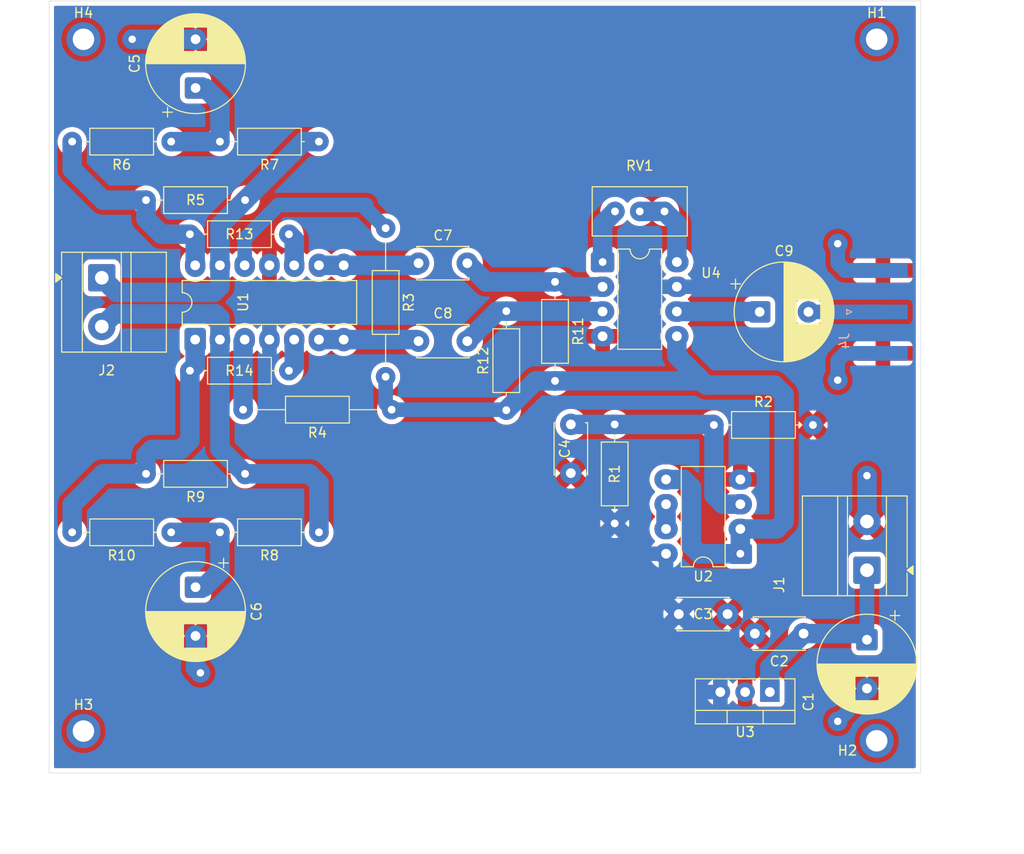
<source format=kicad_pcb>
(kicad_pcb (version 20241229) (generator "pcbnew") (generator_version "9.0")
  (layers (0 "F.Cu" signal) (2 "B.Cu" signal) (13 "F.Paste" user) (15 "B.Paste" user) (5 "F.SilkS" user "F.Silkscreen") (7 "B.SilkS" user "B.Silkscreen") (1 "F.Mask" user) (3 "B.Mask" user) (25 "Edge.Cuts" user))
  (net 0 "")
  (net 1 "Net-(J1-Pin_1)")
  (net 2 "GND")
  (net 3 "VCC")
  (net 4 "Net-(U2A-+)")
  (net 5 "Net-(C5-Pad1)")
  (net 6 "Net-(C6-Pad1)")
  (net 7 "Net-(U4--)")
  (net 8 "Net-(U1B--)")
  (net 9 "Net-(U4-+)")
  (net 10 "Net-(U1C--)")
  (net 11 "Net-(C9-Pad1)")
  (net 12 "Net-(J2-Pin_2)")
  (net 13 "Net-(J2-Pin_1)")
  (net 14 "Vq")
  (net 15 "Net-(U1D-+)")
  (net 16 "Net-(U1A-+)")
  (net 17 "Net-(U1B-+)")
  (net 18 "Net-(U1C-+)")
  (net 19 "Net-(RV1-Pad2)")
  (net 20 "Net-(RV1-Pad1)")
  (net 21 "Net-(U2B--)")
  (net 22 "Net-(J4-In)")
  (net 23 "Net-(R13-Pad1)")
  (net 24 "Net-(R10-Pad2)")
  (footprint "huellas_proyecto:R_Axial_DIN0207_L6.3mm_D2.5mm_P10.16mm_Horizontal-pad2mm" (layer "F.Cu") (at 177 92.08 90)
    (property "Reference" "R12" (at 5.08 -2.37 90) (layer "F.SilkS"))
    (property "Value" "1k")
    (pad "1" thru_hole circle (at 0 0 90) (size 2 2) (drill 0.8) (layers "*.Cu" "*.Mask") (net 14 "Vq"))
    (pad "2" thru_hole circle (at 10.16 0 90) (size 2 2) (drill 0.8) (layers "*.Cu" "*.Mask") (net 9 "Net-(U4-+)"))
  )
  (footprint "huellas_proyecto:R_Axial_DIN0207_L6.3mm_D2.5mm_P10.16mm_Horizontal-pad2mm" (layer "F.Cu") (at 157.78 104.61 180)
    (property "Reference" "R8" (at 5.08 -2.37 180) (layer "F.SilkS"))
    (property "Value" "1k")
    (pad "1" thru_hole circle (at 0 0 180) (size 2 2) (drill 0.8) (layers "*.Cu" "*.Mask") (net 12 "Net-(J2-Pin_2)"))
    (pad "2" thru_hole circle (at 10.16 0 180) (size 2 2) (drill 0.8) (layers "*.Cu" "*.Mask") (net 6 "Net-(C6-Pad1)"))
  )
  (footprint "MountingHole:MountingHole_2.2mm_M2_ISO7380_Pad" (layer "F.Cu") (at 133.62 54.03)
    (property "Reference" "H4" (at 0 -2.7 0) (layer "F.SilkS"))
    (property "Value" "MountingHole_2.2mm_M2_ISO7380_Pad" (hide yes))
    (pad "1" thru_hole circle (at 0 0) (size 3.5 3.5) (drill 2.2) (layers "*.Cu" "*.Mask") (net 2 "GND"))
  )
  (footprint "huellas_proyecto:R_Axial_DIN0207_L6.3mm_D2.5mm_P10.16mm_Horizontal-pad2mm" (layer "F.Cu") (at 198.3 93.6)
    (property "Reference" "R2" (at 5.08 -2.37 0) (layer "F.SilkS"))
    (property "Value" "10k")
    (pad "1" thru_hole circle (at 0 0) (size 2 2) (drill 0.8) (layers "*.Cu" "*.Mask") (net 4 "Net-(U2A-+)"))
    (pad "2" thru_hole circle (at 10.16 0) (size 2 2) (drill 0.8) (layers "*.Cu" "*.Mask") (net 2 "GND"))
  )
  (footprint "huellas_proyecto:CP_Radial_D10.0mm_P5.00mm-pad2mm2" (layer "F.Cu") (at 145.12 59.03 90)
    (property "Reference" "C5" (at 2.5 -6.25 90) (layer "F.SilkS"))
    (property "Value" "10u")
    (pad "1" thru_hole roundrect (at 0 0 90) (size 2.2 2.2) (drill 1) (layers "*.Cu" "*.Mask") (roundrect_rratio 0.125) (net 5 "Net-(C5-Pad1)"))
    (pad "2" thru_hole circle (at 5 0 90) (size 2.2 2.2) (drill 1) (layers "*.Cu" "*.Mask") (net 2 "GND"))
  )
  (footprint "huellas_proyecto:R_Axial_DIN0207_L6.3mm_D2.5mm_P10.16mm_Horizontal-pad2mm" (layer "F.Cu") (at 144.54 74.03)
    (property "Reference" "R13" (at 5.08 0 0) (layer "F.SilkS"))
    (property "Value" "0")
    (pad "1" thru_hole circle (at 0 0) (size 2 2) (drill 0.8) (layers "*.Cu" "*.Mask") (net 23 "Net-(R13-Pad1)"))
    (pad "2" thru_hole circle (at 10.16 0) (size 2 2) (drill 0.8) (layers "*.Cu" "*.Mask") (net 18 "Net-(U1C-+)"))
  )
  (footprint "huellas_proyecto:CP_Radial_D10.0mm_P5.00mm-pad2mm2" (layer "F.Cu") (at 214 115.632323 -90)
    (property "Reference" "C1" (at 6.367677 6 270) (layer "F.SilkS"))
    (property "Value" "100u")
    (pad "1" thru_hole roundrect (at 0 0 270) (size 2.2 2.2) (drill 1) (layers "*.Cu" "*.Mask") (roundrect_rratio 0.125) (net 1 "Net-(J1-Pin_1)"))
    (pad "2" thru_hole circle (at 5 0 270) (size 2.2 2.2) (drill 1) (layers "*.Cu" "*.Mask") (net 2 "GND"))
  )
  (footprint "huellas_proyecto:R_Axial_DIN0207_L6.3mm_D2.5mm_P10.16mm_Horizontal-pad2mm" (layer "F.Cu") (at 182 78.92 -90)
    (property "Reference" "R11" (at 5.08 -2.37 270) (layer "F.SilkS"))
    (property "Value" "1k")
    (pad "1" thru_hole circle (at 0 0 270) (size 2 2) (drill 0.8) (layers "*.Cu" "*.Mask") (net 7 "Net-(U4--)"))
    (pad "2" thru_hole circle (at 10.16 0 270) (size 2 2) (drill 0.8) (layers "*.Cu" "*.Mask") (net 14 "Vq"))
  )
  (footprint "huellas_proyecto:R_Axial_DIN0207_L6.3mm_D2.5mm_P10.16mm_Horizontal-pad2mm" (layer "F.Cu") (at 188.12 103.7 90)
    (property "Reference" "R1" (at 5.08 0 90) (layer "F.SilkS"))
    (property "Value" "10k")
    (pad "1" thru_hole circle (at 0 0 90) (size 2 2) (drill 0.8) (layers "*.Cu" "*.Mask") (net 3 "VCC"))
    (pad "2" thru_hole circle (at 10.16 0 90) (size 2 2) (drill 0.8) (layers "*.Cu" "*.Mask") (net 4 "Net-(U2A-+)"))
  )
  (footprint "huellas_proyecto:TO-220-3_Vertical-pad2mm" (layer "F.Cu") (at 204.04 121 180)
    (property "Reference" "U3" (at 2.54 -4.1 180) (layer "F.SilkS"))
    (property "Value" "LM7818_TO220")
    (pad "1" thru_hole rect (at 0 0 180) (size 2 2) (drill 1) (layers "*.Cu" "*.Mask") (net 1 "Net-(J1-Pin_1)"))
    (pad "2" thru_hole oval (at 2.54 0 180) (size 2 2) (drill 1) (layers "*.Cu" "*.Mask") (net 2 "GND"))
    (pad "3" thru_hole oval (at 5.08 0 180) (size 2 2) (drill 1) (layers "*.Cu" "*.Mask") (net 3 "VCC"))
  )
  (footprint "huellas_proyecto:C_Disc_D5.1mm_W3.2mm_P5.00mm-pad2mm" (layer "F.Cu") (at 168 77)
    (property "Reference" "C7" (at 2.5 -2.85 0) (layer "F.SilkS"))
    (property "Value" "330n")
    (pad "1" thru_hole circle (at 0 0) (size 2.2 2.2) (drill 1) (layers "*.Cu" "*.Mask") (net 10 "Net-(U1C--)"))
    (pad "2" thru_hole circle (at 5 0) (size 2.2 2.2) (drill 1) (layers "*.Cu" "*.Mask") (net 7 "Net-(U4--)"))
  )
  (footprint "huellas_proyecto:DIP-8_W7.62mm_LongPads-pad2mm" (layer "F.Cu") (at 201.01 106.81 180)
    (property "Reference" "U2" (at 3.81 -2.33 180) (layer "F.SilkS"))
    (property "Value" "TL082")
    (pad "1" thru_hole roundrect (at 0 0 180) (size 2.4 2.1) (drill 0.8) (layers "*.Cu" "*.Mask") (roundrect_rratio 0.15625) (net 14 "Vq"))
    (pad "2" thru_hole oval (at 0 2.54 180) (size 2.4 2.1) (drill 1) (layers "*.Cu" "*.Mask") (net 14 "Vq"))
    (pad "3" thru_hole oval (at 0 5.08 180) (size 2.4 2.1) (drill 1) (layers "*.Cu" "*.Mask") (net 4 "Net-(U2A-+)"))
    (pad "4" thru_hole oval (at 0 7.62 180) (size 2.4 2.1) (drill 1) (layers "*.Cu" "*.Mask") (net 2 "GND"))
    (pad "5" thru_hole oval (at 7.62 7.62 180) (size 2.4 2.1) (drill 1) (layers "*.Cu" "*.Mask") (net 14 "Vq"))
    (pad "6" thru_hole oval (at 7.62 5.08 180) (size 2.4 2.1) (drill 1) (layers "*.Cu" "*.Mask") (net 21 "Net-(U2B--)"))
    (pad "7" thru_hole oval (at 7.62 2.54 180) (size 2.4 2.1) (drill 1) (layers "*.Cu" "*.Mask") (net 21 "Net-(U2B--)"))
    (pad "8" thru_hole oval (at 7.62 0 180) (size 2.4 2.1) (drill 1) (layers "*.Cu" "*.Mask") (net 3 "VCC"))
  )
  (footprint "huellas_proyecto:R_Axial_DIN0207_L6.3mm_D2.5mm_P10.16mm_Horizontal-pad2mm" (layer "F.Cu") (at 150.2 70.53 180)
    (property "Reference" "R5" (at 5.08 0 180) (layer "F.SilkS"))
    (property "Value" "100k")
    (pad "1" thru_hole circle (at 0 0 180) (size 2 2) (drill 0.8) (layers "*.Cu" "*.Mask") (net 13 "Net-(J2-Pin_1)"))
    (pad "2" thru_hole circle (at 10.16 0 180) (size 2 2) (drill 0.8) (layers "*.Cu" "*.Mask") (net 23 "Net-(R13-Pad1)"))
  )
  (footprint "MountingHole:MountingHole_2.2mm_M2_ISO7380_Pad" (layer "F.Cu") (at 215 54.03)
    (property "Reference" "H1" (at 0 -2.7 0) (layer "F.SilkS"))
    (property "Value" "MountingHole_2.2mm_M2_ISO7380_Pad" (hide yes))
    (pad "1" thru_hole circle (at 0 0) (size 3.5 3.5) (drill 2.2) (layers "*.Cu" "*.Mask") (net 2 "GND"))
  )
  (footprint "huellas_proyecto:C_Disc_D5.1mm_W3.2mm_P5.00mm-pad2mm" (layer "F.Cu") (at 194.7 113)
    (property "Reference" "C3" (at 2.5 0 0) (layer "F.SilkS"))
    (property "Value" "330n")
    (pad "1" thru_hole circle (at 0 0) (size 2.2 2.2) (drill 1) (layers "*.Cu" "*.Mask") (net 3 "VCC"))
    (pad "2" thru_hole circle (at 5 0) (size 2.2 2.2) (drill 1) (layers "*.Cu" "*.Mask") (net 2 "GND"))
  )
  (footprint "huellas_proyecto:C_Disc_D5.1mm_W3.2mm_P5.00mm-pad2mm" (layer "F.Cu") (at 207.5 115 180)
    (property "Reference" "C2" (at 2.5 -2.85 180) (layer "F.SilkS"))
    (property "Value" "330n")
    (pad "1" thru_hole circle (at 0 0 180) (size 2.2 2.2) (drill 1) (layers "*.Cu" "*.Mask") (net 1 "Net-(J1-Pin_1)"))
    (pad "2" thru_hole circle (at 5 0 180) (size 2.2 2.2) (drill 1) (layers "*.Cu" "*.Mask") (net 2 "GND"))
  )
  (footprint "MountingHole:MountingHole_2.2mm_M2_ISO7380_Pad" (layer "F.Cu") (at 133.62 125)
    (property "Reference" "H3" (at 0 -2.7 0) (layer "F.SilkS"))
    (property "Value" "MountingHole_2.2mm_M2_ISO7380_Pad" (hide yes))
    (pad "1" thru_hole circle (at 0 0) (size 3.5 3.5) (drill 2.2) (layers "*.Cu" "*.Mask") (net 2 "GND"))
  )
  (footprint "huellas_proyecto:R_Axial_DIN0207_L6.3mm_D2.5mm_P10.16mm_Horizontal-pad2mm" (layer "F.Cu") (at 144.54 88.03)
    (property "Reference" "R14" (at 5.08 0 0) (layer "F.SilkS"))
    (property "Value" "0")
    (pad "1" thru_hole circle (at 0 0) (size 2 2) (drill 0.8) (layers "*.Cu" "*.Mask") (net 24 "Net-(R10-Pad2)"))
    (pad "2" thru_hole circle (at 10.16 0) (size 2 2) (drill 0.8) (layers "*.Cu" "*.Mask") (net 17 "Net-(U1B-+)"))
  )
  (footprint "huellas_proyecto:CP_Radial_D10.0mm_P5.00mm-pad2mm2" (layer "F.Cu") (at 145.12 110.242323 -90)
    (property "Reference" "C6" (at 2.5 -6.25 270) (layer "F.SilkS"))
    (property "Value" "10u")
    (pad "1" thru_hole roundrect (at 0 0 270) (size 2.2 2.2) (drill 1) (layers "*.Cu" "*.Mask") (roundrect_rratio 0.125) (net 6 "Net-(C6-Pad1)"))
    (pad "2" thru_hole circle (at 5 0 270) (size 2.2 2.2) (drill 1) (layers "*.Cu" "*.Mask") (net 2 "GND"))
  )
  (footprint "huellas_proyecto:R_Axial_DIN0207_L6.3mm_D2.5mm_P10.16mm_Horizontal-pad2mm" (layer "F.Cu") (at 142.62 104.61 180)
    (property "Reference" "R10" (at 5.08 -2.37 180) (layer "F.SilkS"))
    (property "Value" "1k")
    (pad "1" thru_hole circle (at 0 0 180) (size 2 2) (drill 0.8) (layers "*.Cu" "*.Mask") (net 6 "Net-(C6-Pad1)"))
    (pad "2" thru_hole circle (at 10.16 0 180) (size 2 2) (drill 0.8) (layers "*.Cu" "*.Mask") (net 24 "Net-(R10-Pad2)"))
  )
  (footprint "TerminalBlock_MetzConnect:TerminalBlock_MetzConnect_Type011_RT05502HBLC_1x02_P5.00mm_Horizontal" (layer "F.Cu") (at 214 108.5 90)
    (property "Reference" "J1" (at -1.5 -9 90) (layer "F.SilkS"))
    (property "Value" "VC_24V")
    (pad "1" thru_hole roundrect (at 0 0 90) (size 2.8 2.8) (drill 1.4) (layers "*.Cu" "*.Mask") (roundrect_rratio 0.089286) (net 1 "Net-(J1-Pin_1)"))
    (pad "2" thru_hole circle (at 5 0 90) (size 2.8 2.8) (drill 1.4) (layers "*.Cu" "*.Mask") (net 2 "GND"))
  )
  (footprint "huellas_proyecto:Potentiometer_Bourns_3296W_Vertical-pad2mm" (layer "F.Cu") (at 188.15 71.69 180)
    (property "Reference" "RV1" (at -2.54 4.69 0) (layer "F.SilkS"))
    (property "Value" "10k")
    (pad "1" thru_hole circle (at 0 0 180) (size 2 2) (drill 0.8) (layers "*.Cu" "*.Mask") (net 20 "Net-(RV1-Pad1)"))
    (pad "2" thru_hole circle (at -2.54 0 180) (size 2 2) (drill 0.8) (layers "*.Cu" "*.Mask") (net 19 "Net-(RV1-Pad2)"))
    (pad "3" thru_hole circle (at -5.08 0 180) (size 2 2) (drill 0.8) (layers "*.Cu" "*.Mask") (net 19 "Net-(RV1-Pad2)"))
  )
  (footprint "huellas_proyecto:C_Disc_D5.1mm_W3.2mm_P5.00mm-pad2mm" (layer "F.Cu") (at 168 85)
    (property "Reference" "C8" (at 2.5 -2.85 0) (layer "F.SilkS"))
    (property "Value" "330n")
    (pad "1" thru_hole circle (at 0 0) (size 2.2 2.2) (drill 1) (layers "*.Cu" "*.Mask") (net 8 "Net-(U1B--)"))
    (pad "2" thru_hole circle (at 5 0) (size 2.2 2.2) (drill 1) (layers "*.Cu" "*.Mask") (net 9 "Net-(U4-+)"))
  )
  (footprint "huellas_proyecto:C_Disc_D5.1mm_W3.2mm_P5.00mm-pad2mm" (layer "F.Cu") (at 183.62 93.54 -90)
    (property "Reference" "C4" (at 2.5 0.62 270) (layer "F.SilkS"))
    (property "Value" "330n")
    (pad "1" thru_hole circle (at 0 0 270) (size 2.2 2.2) (drill 1) (layers "*.Cu" "*.Mask") (net 4 "Net-(U2A-+)"))
    (pad "2" thru_hole circle (at 5 0 270) (size 2.2 2.2) (drill 1) (layers "*.Cu" "*.Mask") (net 2 "GND"))
  )
  (footprint "huellas_proyecto:R_Axial_DIN0207_L6.3mm_D2.5mm_P10.16mm_Horizontal-pad2mm" (layer "F.Cu") (at 150.2 98.61 180)
    (property "Reference" "R9" (at 5.08 -2.37 180) (layer "F.SilkS"))
    (property "Value" "100k")
    (pad "1" thru_hole circle (at 0 0 180) (size 2 2) (drill 0.8) (layers "*.Cu" "*.Mask") (net 12 "Net-(J2-Pin_2)"))
    (pad "2" thru_hole circle (at 10.16 0 180) (size 2 2) (drill 0.8) (layers "*.Cu" "*.Mask") (net 24 "Net-(R10-Pad2)"))
  )
  (footprint "huellas_proyecto:R_Axial_DIN0207_L6.3mm_D2.5mm_P10.16mm_Horizontal-pad2mm" (layer "F.Cu") (at 142.62 64.53 180)
    (property "Reference" "R6" (at 5.08 -2.37 180) (layer "F.SilkS"))
    (property "Value" "1k")
    (pad "1" thru_hole circle (at 0 0 180) (size 2 2) (drill 0.8) (layers "*.Cu" "*.Mask") (net 5 "Net-(C5-Pad1)"))
    (pad "2" thru_hole circle (at 10.16 0 180) (size 2 2) (drill 0.8) (layers "*.Cu" "*.Mask") (net 23 "Net-(R13-Pad1)"))
  )
  (footprint "MountingHole:MountingHole_2.2mm_M2_ISO7380_Pad" (layer "F.Cu") (at 215 126)
    (property "Reference" "H2" (at -3 1 0) (layer "F.SilkS"))
    (property "Value" "MountingHole_2.2mm_M2_ISO7380_Pad" (hide yes))
    (pad "1" thru_hole circle (at 0 0) (size 3.5 3.5) (drill 2.2) (layers "*.Cu" "*.Mask") (net 2 "GND"))
  )
  (footprint "huellas_proyecto:R_Axial_DIN0207_L6.3mm_D2.5mm_P10.16mm_Horizontal-pad2mm" (layer "F.Cu") (at 157.78 64.53 180)
    (property "Reference" "R7" (at 5.08 -2.37 180) (layer "F.SilkS"))
    (property "Value" "1k")
    (pad "1" thru_hole circle (at 0 0 180) (size 2 2) (drill 0.8) (layers "*.Cu" "*.Mask") (net 13 "Net-(J2-Pin_1)"))
    (pad "2" thru_hole circle (at 10.16 0 180) (size 2 2) (drill 0.8) (layers "*.Cu" "*.Mask") (net 5 "Net-(C5-Pad1)"))
  )
  (footprint "huellas_proyecto:R_Axial_DIN0207_L6.3mm_D2.5mm_P15.24mm_Horizontal-pad2mm" (layer "F.Cu") (at 164.62 73.41 -90)
    (property "Reference" "R3" (at 7.62 -2.37 270) (layer "F.SilkS"))
    (property "Value" "1k")
    (pad "1" thru_hole circle (at 0 0 270) (size 2 2) (drill 0.8) (layers "*.Cu" "*.Mask") (net 15 "Net-(U1D-+)"))
    (pad "2" thru_hole circle (at 15.24 0 270) (size 2 2) (drill 0.8) (layers "*.Cu" "*.Mask") (net 14 "Vq"))
  )
  (footprint "huellas_proyecto:CP_Radial_D10.0mm_P5.00mm-pad2mm2" (layer "F.Cu") (at 203 82)
    (property "Reference" "C9" (at 2.5 -6.25 0) (layer "F.SilkS"))
    (property "Value" "10u")
    (pad "1" thru_hole roundrect (at 0 0) (size 2.2 2.2) (drill 1) (layers "*.Cu" "*.Mask") (roundrect_rratio 0.125) (net 11 "Net-(C9-Pad1)"))
    (pad "2" thru_hole circle (at 5 0) (size 2.2 2.2) (drill 1) (layers "*.Cu" "*.Mask") (net 22 "Net-(J4-In)"))
  )
  (footprint "huellas_proyecto:DIP-8_W7.62mm_LongPads-pad2mm" (layer "F.Cu") (at 186.88 76.88)
    (property "Reference" "U4" (at 11.12 1.12 0) (layer "F.SilkS"))
    (property "Value" "AD620")
    (pad "1" thru_hole roundrect (at 0 0) (size 2.4 2.1) (drill 0.8) (layers "*.Cu" "*.Mask") (roundrect_rratio 0.15625) (net 20 "Net-(RV1-Pad1)"))
    (pad "2" thru_hole oval (at 0 2.54) (size 2.4 2.1) (drill 1) (layers "*.Cu" "*.Mask") (net 7 "Net-(U4--)"))
    (pad "3" thru_hole oval (at 0 5.08) (size 2.4 2.1) (drill 1) (layers "*.Cu" "*.Mask") (net 9 "Net-(U4-+)"))
    (pad "4" thru_hole oval (at 0 7.62) (size 2.4 2.1) (drill 1) (layers "*.Cu" "*.Mask") (net 2 "GND"))
    (pad "5" thru_hole oval (at 7.62 7.62) (size 2.4 2.1) (drill 1) (layers "*.Cu" "*.Mask") (net 14 "Vq"))
    (pad "6" thru_hole oval (at 7.62 5.08) (size 2.4 2.1) (drill 1) (layers "*.Cu" "*.Mask") (net 11 "Net-(C9-Pad1)"))
    (pad "7" thru_hole oval (at 7.62 2.54) (size 2.4 2.1) (drill 1) (layers "*.Cu" "*.Mask") (net 3 "VCC"))
    (pad "8" thru_hole oval (at 7.62 0) (size 2.4 2.1) (drill 1) (layers "*.Cu" "*.Mask") (net 19 "Net-(RV1-Pad2)"))
  )
  (footprint "huellas_proyecto:DIP-14_W7.62mm_LongPads-2mm" (layer "F.Cu") (at 145.08 84.84 90)
    (property "Reference" "U1" (at 3.84 4.92 90) (layer "F.SilkS"))
    (property "Value" "TL084")
    (pad "1" thru_hole roundrect (at 0 0 90) (size 2.4 2.2) (drill 1) (layers "*.Cu" "*.Mask") (roundrect_rratio 0.15625) (net 24 "Net-(R10-Pad2)"))
    (pad "2" thru_hole oval (at 0 2.54 90) (size 2.4 2.1) (drill 1) (layers "*.Cu" "*.Mask") (net 12 "Net-(J2-Pin_2)"))
    (pad "3" thru_hole oval (at 0 5.08 90) (size 2.4 2.1) (drill 1) (layers "*.Cu" "*.Mask") (net 16 "Net-(U1A-+)"))
    (pad "4" thru_hole oval (at 0 7.62 90) (size 2.4 2.1) (drill 1) (layers "*.Cu" "*.Mask") (net 3 "VCC"))
    (pad "5" thru_hole oval (at 0 10.16 90) (size 2.4 2.1) (drill 1) (layers "*.Cu" "*.Mask") (net 17 "Net-(U1B-+)"))
    (pad "6" thru_hole oval (at 0 12.7 90) (size 2.4 2.1) (drill 1) (layers "*.Cu" "*.Mask") (net 8 "Net-(U1B--)"))
    (pad "7" thru_hole oval (at 0 15.24 90) (size 2.4 2.1) (drill 1) (layers "*.Cu" "*.Mask") (net 8 "Net-(U1B--)"))
    (pad "8" thru_hole oval (at 7.62 15.24 90) (size 2.4 2.1) (drill 1) (layers "*.Cu" "*.Mask") (net 10 "Net-(U1C--)"))
    (pad "9" thru_hole oval (at 7.62 12.7 90) (size 2.4 2.1) (drill 1) (layers "*.Cu" "*.Mask") (net 10 "Net-(U1C--)"))
    (pad "10" thru_hole oval (at 7.62 10.16 90) (size 2.4 2.1) (drill 1) (layers "*.Cu" "*.Mask") (net 18 "Net-(U1C-+)"))
    (pad "11" thru_hole oval (at 7.62 7.62 90) (size 2.4 2.1) (drill 1) (layers "*.Cu" "*.Mask") (net 2 "GND"))
    (pad "12" thru_hole oval (at 7.62 5.08 90) (size 2.4 2.1) (drill 1) (layers "*.Cu" "*.Mask") (net 15 "Net-(U1D-+)"))
    (pad "13" thru_hole oval (at 7.62 2.54 90) (size 2.4 2.1) (drill 1) (layers "*.Cu" "*.Mask") (net 13 "Net-(J2-Pin_1)"))
    (pad "14" thru_hole oval (at 7.62 0 90) (size 2.4 2.1) (drill 1) (layers "*.Cu" "*.Mask") (net 23 "Net-(R13-Pad1)"))
  )
  (footprint "huellas_proyecto:R_Axial_DIN0207_L6.3mm_D2.5mm_P15.24mm_Horizontal-pad2mm" (layer "F.Cu") (at 165.24 92.03 180)
    (property "Reference" "R4" (at 7.62 -2.37 180) (layer "F.SilkS"))
    (property "Value" "1k")
    (pad "1" thru_hole circle (at 0 0 180) (size 2 2) (drill 0.8) (layers "*.Cu" "*.Mask") (net 14 "Vq"))
    (pad "2" thru_hole circle (at 15.24 0 180) (size 2 2) (drill 0.8) (layers "*.Cu" "*.Mask") (net 16 "Net-(U1A-+)"))
  )
  (footprint "TerminalBlock_MetzConnect:TerminalBlock_MetzConnect_Type011_RT05502HBLC_1x02_P5.00mm_Horizontal" (layer "F.Cu") (at 135.5025 78.5 -90)
    (property "Reference" "J2" (at 9.5 -0.4975 180) (layer "F.SilkS"))
    (property "Value" "Ant")
    (pad "1" thru_hole roundrect (at 0 0 270) (size 2.8 2.8) (drill 1.4) (layers "*.Cu" "*.Mask") (roundrect_rratio 0.089286) (net 13 "Net-(J2-Pin_1)"))
    (pad "2" thru_hole circle (at 5 0 270) (size 2.8 2.8) (drill 1.4) (layers "*.Cu" "*.Mask") (net 12 "Net-(J2-Pin_2)"))
  )
  (footprint "Connector_Coaxial:SMA_Amphenol_132289_EdgeMount" (layer "B.Cu") (at 215.6375 82)
    (property "Reference" "J4" (at -3.96 3 90) (layer "B.SilkS") (effects (justify mirror)))
    (property "Value" "SMA")
    (pad "1" smd rect (at 0 0 270) (size 1.5 5.08) (layers "B.Cu" "B.Mask" "B.Paste") (net 22 "Net-(J4-In)"))
    (pad "2" smd rect (at 0 -4.25 270) (size 1.5 5.08) (layers "F.Cu" "F.Mask" "F.Paste") (net 2 "GND"))
    (pad "2" smd rect (at 0 -4.25 270) (size 1.5 5.08) (layers "B.Cu" "B.Mask" "B.Paste") (net 2 "GND"))
    (pad "2" smd rect (at 0 4.25 270) (size 1.5 5.08) (layers "F.Cu" "F.Mask" "F.Paste") (net 2 "GND"))
    (pad "2" smd rect (at 0 4.25 270) (size 1.5 5.08) (layers "B.Cu" "B.Mask" "B.Paste") (net 2 "GND"))
  )
  (gr_rect (start 130.1 50.1) (end 219.5 129.3) (stroke (width 0.05)) (fill no) (layer "Edge.Cuts"))
  (segment (start 213.367677 115) (end 214 115.632323) (width 2) (layer "B.Cu") (net 1))
  (segment (start 207.5 115) (end 213.367677 115) (width 2) (layer "B.Cu") (net 1))
  (segment (start 214 108.5) (end 214 115.632323) (width 1.5) (layer "B.Cu") (net 1))
  (segment (start 204.04 121) (end 204.04 118.46) (width 2) (layer "B.Cu") (net 1))
  (segment (start 204.04 118.46) (end 207.5 115) (width 2) (layer "B.Cu") (net 1))
  (via (at 145.62 119.03) (size 2.032) (drill 0.762) (layers "F.Cu" "B.Cu") (net 2))
  (via (at 138.62 54.03) (size 2.032) (drill 0.762) (layers "F.Cu" "B.Cu") (net 2))
  (via (at 211 124) (size 2.032) (drill 0.762) (layers "F.Cu" "B.Cu") (net 2))
  (via (at 214 98.8) (size 2.032) (drill 0.762) (layers "F.Cu" "B.Cu") (net 2))
  (via (at 211 75) (size 2.032) (drill 0.762) (layers "F.Cu" "B.Cu") (net 2))
  (via (at 211 89) (size 2.032) (drill 0.762) (layers "F.Cu" "B.Cu") (net 2))
  (segment (start 214 120.632323) (end 214 121) (width 1.5) (layer "B.Cu") (net 2))
  (segment (start 215.6375 86.25) (end 211.75 86.25) (width 1.5) (layer "B.Cu") (net 2))
  (segment (start 145.12 54.03) (end 138.62 54.03) (width 2) (layer "B.Cu") (net 2))
  (segment (start 211.75 77.75) (end 211 77) (width 1.5) (layer "B.Cu") (net 2))
  (segment (start 211 77) (end 211 75) (width 1.5) (layer "B.Cu") (net 2))
  (segment (start 214 103.5) (end 214 98.8) (width 2) (layer "B.Cu") (net 2))
  (segment (start 211 87) (end 211 89) (width 1.5) (layer "B.Cu") (net 2))
  (segment (start 214 121) (end 211 124) (width 1.5) (layer "B.Cu") (net 2))
  (segment (start 211.75 86.25) (end 211 87) (width 1.5) (layer "B.Cu") (net 2))
  (segment (start 145.12 115.242323) (end 145.12 118.53) (width 2) (layer "B.Cu") (net 2))
  (segment (start 145.12 118.53) (end 145.62 119.03) (width 2) (layer "B.Cu") (net 2))
  (segment (start 215.6375 77.75) (end 211.75 77.75) (width 1.5) (layer "B.Cu") (net 2))
  (segment (start 188.12 93.54) (end 198.24 93.54) (width 2) (layer "B.Cu") (net 4))
  (segment (start 198.3 100.8) (end 198.3 93.6) (width 2) (layer "B.Cu") (net 4))
  (segment (start 199.23 101.73) (end 198.3 100.8) (width 2) (layer "B.Cu") (net 4))
  (segment (start 183.62 93.54) (end 188.12 93.54) (width 2) (layer "B.Cu") (net 4))
  (segment (start 198.24 93.54) (end 198.3 93.6) (width 2) (layer "B.Cu") (net 4))
  (segment (start 201.01 101.73) (end 199.23 101.73) (width 2) (layer "B.Cu") (net 4))
  (segment (start 142.62 64.53) (end 147.62 64.53) (width 2) (layer "B.Cu") (net 5))
  (segment (start 147.62 60.53) (end 147.62 64.53) (width 2) (layer "B.Cu") (net 5))
  (segment (start 145.12 59.03) (end 146.12 59.03) (width 2) (layer "B.Cu") (net 5))
  (segment (start 146.12 59.03) (end 147.62 60.53) (width 2) (layer "B.Cu") (net 5))
  (segment (start 145.987677 110.242323) (end 147.62 108.61) (width 2) (layer "B.Cu") (net 6))
  (segment (start 142.62 104.61) (end 147.62 104.61) (width 2) (layer "B.Cu") (net 6))
  (segment (start 147.62 108.61) (end 147.62 104.61) (width 2) (layer "B.Cu") (net 6))
  (segment (start 145.12 110.242323) (end 145.987677 110.242323) (width 2) (layer "B.Cu") (net 6))
  (segment (start 183.42 79.42) (end 182.92 78.92) (width 2) (layer "B.Cu") (net 7))
  (segment (start 174.92 78.92) (end 173 77) (width 2) (layer "B.Cu") (net 7))
  (segment (start 186.88 79.42) (end 183.42 79.42) (width 2) (layer "B.Cu") (net 7))
  (segment (start 182 78.92) (end 174.92 78.92) (width 2) (layer "B.Cu") (net 7))
  (segment (start 160.32 84.84) (end 167.84 84.84) (width 2) (layer "B.Cu") (net 8))
  (segment (start 167.84 84.84) (end 168 85) (width 2) (layer "B.Cu") (net 8))
  (segment (start 157.78 84.84) (end 160.32 84.84) (width 2) (layer "B.Cu") (net 8))
  (segment (start 176.08 81.92) (end 173 85) (width 2) (layer "B.Cu") (net 9))
  (segment (start 186.88 81.96) (end 183.54 81.96) (width 2) (layer "B.Cu") (net 9))
  (segment (start 183.5 81.92) (end 177 81.92) (width 2) (layer "B.Cu") (net 9))
  (segment (start 183.5 81.92) (end 183.54 81.96) (width 2) (layer "B.Cu") (net 9))
  (segment (start 177 81.92) (end 176.08 81.92) (width 2) (layer "B.Cu") (net 9))
  (segment (start 160.32 77.22) (end 167.78 77.22) (width 2) (layer "B.Cu") (net 10))
  (segment (start 167.78 77.22) (end 168 77) (width 2) (layer "B.Cu") (net 10))
  (segment (start 157.78 77.22) (end 160.32 77.22) (width 2) (layer "B.Cu") (net 10))
  (segment (start 202.96 81.96) (end 203 82) (width 2) (layer "B.Cu") (net 11))
  (segment (start 194.5 81.96) (end 202.96 81.96) (width 2) (layer "B.Cu") (net 11))
  (segment (start 150.2 98.61) (end 150.2 98.69) (width 2) (layer "B.Cu") (net 12))
  (segment (start 147.62 84.84) (end 147.62 96.03) (width 2) (layer "B.Cu") (net 12))
  (segment (start 147.62 84.84) (end 147.62 82.62) (width 2) (layer "B.Cu") (net 12))
  (segment (start 147.201 82.201) (end 136.8015 82.201) (width 2) (layer "B.Cu") (net 12))
  (segment (start 150.2 98.61) (end 156.82 98.61) (width 2) (layer "B.Cu") (net 12))
  (segment (start 136.8015 82.201) (end 135.5025 83.5) (width 2) (layer "B.Cu") (net 12))
  (segment (start 147.62 82.62) (end 147.201 82.201) (width 2) (layer "B.Cu") (net 12))
  (segment (start 157.78 99.57) (end 157.78 104.61) (width 2) (layer "B.Cu") (net 12))
  (segment (start 147.62 96.03) (end 150.2 98.61) (width 2) (layer "B.Cu") (net 12))
  (segment (start 156.82 98.61) (end 157.78 99.57) (width 2) (layer "B.Cu") (net 12))
  (segment (start 137.0025 80) (end 135.5025 78.5) (width 2) (layer "B.Cu") (net 13))
  (segment (start 147 80) (end 137.0025 80) (width 2) (layer "B.Cu") (net 13))
  (segment (start 147.62 77.22) (end 147.62 79.38) (width 2) (layer "B.Cu") (net 13))
  (segment (start 147.62 77.22) (end 147.62 73.11) (width 2) (layer "B.Cu") (net 13))
  (segment (start 147.62 73.11) (end 150.2 70.53) (width 2) (layer "B.Cu") (net 13))
  (segment (start 156.2 64.53) (end 157.78 64.53) (width 2) (layer "B.Cu") (net 13))
  (segment (start 147.62 79.38) (end 147 80) (width 2) (layer "B.Cu") (net 13))
  (segment (start 150.2 70.53) (end 156.2 64.53) (width 2) (layer "B.Cu") (net 13))
  (segment (start 182 89.08) (end 180 89.08) (width 2) (layer "B.Cu") (net 14))
  (segment (start 205.5 90.5) (end 205.5 103.5) (width 2) (layer "B.Cu") (net 14))
  (segment (start 204.73 104.27) (end 201.01 104.27) (width 2) (layer "B.Cu") (net 14))
  (segment (start 196.81 106.81) (end 201.01 106.81) (width 2) (layer "B.Cu") (net 14))
  (segment (start 195.19 99.19) (end 196 100) (width 2) (layer "B.Cu") (net 14))
  (segment (start 164.62 91.41) (end 165.24 92.03) (width 1.5) (layer "B.Cu") (net 14))
  (segment (start 204.5 89.5) (end 205.5 90.5) (width 2) (layer "B.Cu") (net 14))
  (segment (start 205.5 103.5) (end 204.73 104.27) (width 2) (layer "B.Cu") (net 14))
  (segment (start 164.62 88.65) (end 164.62 91.41) (width 1.5) (layer "B.Cu") (net 14))
  (segment (start 197.5 89.5) (end 204.5 89.5) (width 2) (layer "B.Cu") (net 14))
  (segment (start 194.5 84.5) (end 194.5 86.5) (width 2) (layer "B.Cu") (net 14))
  (segment (start 196 100) (end 196 106) (width 2) (layer "B.Cu") (net 14))
  (segment (start 180 89.08) (end 177 92.08) (width 2) (layer "B.Cu") (net 14))
  (segment (start 201.01 106.81) (end 201.01 104.27) (width 2) (layer "B.Cu") (net 14))
  (segment (start 165.24 92.03) (end 176.95 92.03) (width 1.5) (layer "B.Cu") (net 14))
  (segment (start 194.5 86.5) (end 197.5 89.5) (width 2) (layer "B.Cu") (net 14))
  (segment (start 196 106) (end 196.81 106.81) (width 2) (layer "B.Cu") (net 14))
  (segment (start 193.39 99.19) (end 195.19 99.19) (width 2) (layer "B.Cu") (net 14))
  (segment (start 182 89.08) (end 197.08 89.08) (width 2) (layer "B.Cu") (net 14))
  (segment (start 197.08 89.08) (end 197.5 89.5) (width 2) (layer "B.Cu") (net 14))
  (segment (start 176.95 92.03) (end 177 92.08) (width 1.5) (layer "B.Cu") (net 14))
  (segment (start 162.62 71.03) (end 162.62 71.41) (width 1.5) (layer "B.Cu") (net 15))
  (segment (start 162.62 71.41) (end 164.62 73.41) (width 1.5) (layer "B.Cu") (net 15))
  (segment (start 150.16 74.49) (end 153.62 71.03) (width 1.5) (layer "B.Cu") (net 15))
  (segment (start 150.16 77.22) (end 150.16 74.49) (width 1.5) (layer "B.Cu") (net 15))
  (segment (start 153.62 71.03) (end 162.62 71.03) (width 1.5) (layer "B.Cu") (net 15))
  (segment (start 150 92.03) (end 150 85) (width 2) (layer "B.Cu") (net 16))
  (segment (start 150 85) (end 150.16 84.84) (width 2) (layer "B.Cu") (net 16))
  (segment (start 155.24 87.49) (end 155.24 84.84) (width 2) (layer "B.Cu") (net 17))
  (segment (start 154.7 88.03) (end 155.24 87.49) (width 2) (layer "B.Cu") (net 17))
  (segment (start 155.24 74.57) (end 154.7 74.03) (width 2) (layer "B.Cu") (net 18))
  (segment (start 155.24 77.22) (end 155.24 74.57) (width 2) (layer "B.Cu") (net 18))
  (segment (start 194.5 72.96) (end 193.23 71.69) (width 2) (layer "B.Cu") (net 19))
  (segment (start 194.5 76.88) (end 194.5 72.96) (width 2) (layer "B.Cu") (net 19))
  (segment (start 190.69 71.69) (end 193.23 71.69) (width 2) (layer "B.Cu") (net 19))
  (segment (start 186.88 76.88) (end 186.88 72.96) (width 2) (layer "B.Cu") (net 20))
  (segment (start 186.88 72.96) (end 188.15 71.69) (width 2) (layer "B.Cu") (net 20))
  (segment (start 193.39 101.73) (end 193.39 104.27) (width 2) (layer "B.Cu") (net 21))
  (segment (start 208 82) (end 215.6375 82) (width 1.5) (layer "B.Cu") (net 22))
  (segment (start 140.04 72.45) (end 140.04 70.53) (width 2) (layer "B.Cu") (net 23))
  (segment (start 145.08 74.57) (end 144.54 74.03) (width 2) (layer "B.Cu") (net 23))
  (segment (start 141.62 74.03) (end 140.04 72.45) (width 2) (layer "B.Cu") (net 23))
  (segment (start 132.46 67.37) (end 135.62 70.53) (width 2) (layer "B.Cu") (net 23))
  (segment (start 145.08 77.22) (end 145.08 74.57) (width 2) (layer "B.Cu") (net 23))
  (segment (start 144.54 74.03) (end 141.62 74.03) (width 2) (layer "B.Cu") (net 23))
  (segment (start 135.62 70.53) (end 140.04 70.53) (width 2) (layer "B.Cu") (net 23))
  (segment (start 132.46 64.53) (end 132.46 67.37) (width 2) (layer "B.Cu") (net 23))
  (segment (start 144.54 88.03) (end 144.54 95.19) (width 2) (layer "B.Cu") (net 24))
  (segment (start 143.62 96.11) (end 140.62 96.11) (width 2) (layer "B.Cu") (net 24))
  (segment (start 132.46 101.77) (end 132.46 104.61) (width 2) (layer "B.Cu") (net 24))
  (segment (start 144.54 95.19) (end 143.62 96.11) (width 2) (layer "B.Cu") (net 24))
  (segment (start 140.04 96.69) (end 140.04 98.61) (width 2) (layer "B.Cu") (net 24))
  (segment (start 140.04 98.61) (end 135.62 98.61) (width 2) (layer "B.Cu") (net 24))
  (segment (start 145.08 84.84) (end 145.08 87.49) (width 2) (layer "B.Cu") (net 24))
  (segment (start 145.08 87.49) (end 144.54 88.03) (width 2) (layer "B.Cu") (net 24))
  (segment (start 135.62 98.61) (end 132.46 101.77) (width 2) (layer "B.Cu") (net 24))
  (segment (start 140.62 96.11) (end 140.04 96.69) (width 2) (layer "B.Cu") (net 24))
  (zone (net 2) (net_name "GND") (layer "F.Cu") (priority 1) (connect_pads (clearance 0.5)) (min_thickness 0.25) (fill yes (thermal_gap 0.5) (thermal_bridge_width 1.5))
    (polygon (pts (xy 130 50) (xy 220 50) (xy 219.5 130) (xy 130.1 129.3)))
  )
  (zone (net 3) (net_name "VCC") (layer "B.Cu") (connect_pads (clearance 0.5)) (min_thickness 0.25) (fill yes (thermal_gap 0.5) (thermal_bridge_width 1.5))
    (polygon (pts (xy 130 50) (xy 220 50) (xy 220 130) (xy 130 130)))
  )
)
</source>
